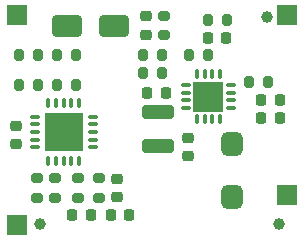
<source format=gts>
%TF.GenerationSoftware,KiCad,Pcbnew,8.0.7*%
%TF.CreationDate,2024-12-30T16:44:34+01:00*%
%TF.ProjectId,arnie48,61726e69-6534-4382-9e6b-696361645f70,rev?*%
%TF.SameCoordinates,Original*%
%TF.FileFunction,Soldermask,Top*%
%TF.FilePolarity,Negative*%
%FSLAX46Y46*%
G04 Gerber Fmt 4.6, Leading zero omitted, Abs format (unit mm)*
G04 Created by KiCad (PCBNEW 8.0.7) date 2024-12-30 16:44:34*
%MOMM*%
%LPD*%
G01*
G04 APERTURE LIST*
G04 Aperture macros list*
%AMRoundRect*
0 Rectangle with rounded corners*
0 $1 Rounding radius*
0 $2 $3 $4 $5 $6 $7 $8 $9 X,Y pos of 4 corners*
0 Add a 4 corners polygon primitive as box body*
4,1,4,$2,$3,$4,$5,$6,$7,$8,$9,$2,$3,0*
0 Add four circle primitives for the rounded corners*
1,1,$1+$1,$2,$3*
1,1,$1+$1,$4,$5*
1,1,$1+$1,$6,$7*
1,1,$1+$1,$8,$9*
0 Add four rect primitives between the rounded corners*
20,1,$1+$1,$2,$3,$4,$5,0*
20,1,$1+$1,$4,$5,$6,$7,0*
20,1,$1+$1,$6,$7,$8,$9,0*
20,1,$1+$1,$8,$9,$2,$3,0*%
G04 Aperture macros list end*
%ADD10C,1.000000*%
%ADD11RoundRect,0.225000X0.225000X0.250000X-0.225000X0.250000X-0.225000X-0.250000X0.225000X-0.250000X0*%
%ADD12RoundRect,0.200000X0.275000X-0.200000X0.275000X0.200000X-0.275000X0.200000X-0.275000X-0.200000X0*%
%ADD13RoundRect,0.218750X0.218750X0.256250X-0.218750X0.256250X-0.218750X-0.256250X0.218750X-0.256250X0*%
%ADD14RoundRect,0.200000X-0.200000X-0.275000X0.200000X-0.275000X0.200000X0.275000X-0.200000X0.275000X0*%
%ADD15RoundRect,0.200000X0.200000X0.275000X-0.200000X0.275000X-0.200000X-0.275000X0.200000X-0.275000X0*%
%ADD16RoundRect,0.075000X-0.337500X-0.075000X0.337500X-0.075000X0.337500X0.075000X-0.337500X0.075000X0*%
%ADD17RoundRect,0.075000X-0.075000X-0.337500X0.075000X-0.337500X0.075000X0.337500X-0.075000X0.337500X0*%
%ADD18R,3.250000X3.250000*%
%ADD19R,2.600000X2.600000*%
%ADD20RoundRect,0.450000X-0.450000X0.550000X-0.450000X-0.550000X0.450000X-0.550000X0.450000X0.550000X0*%
%ADD21RoundRect,0.200000X-0.275000X0.200000X-0.275000X-0.200000X0.275000X-0.200000X0.275000X0.200000X0*%
%ADD22RoundRect,0.218750X0.256250X-0.218750X0.256250X0.218750X-0.256250X0.218750X-0.256250X-0.218750X0*%
%ADD23RoundRect,0.225000X-0.250000X0.225000X-0.250000X-0.225000X0.250000X-0.225000X0.250000X0.225000X0*%
%ADD24RoundRect,0.250000X1.000000X0.650000X-1.000000X0.650000X-1.000000X-0.650000X1.000000X-0.650000X0*%
%ADD25RoundRect,0.218750X-0.218750X-0.256250X0.218750X-0.256250X0.218750X0.256250X-0.218750X0.256250X0*%
%ADD26RoundRect,0.250000X-1.100000X0.325000X-1.100000X-0.325000X1.100000X-0.325000X1.100000X0.325000X0*%
%ADD27R,1.700000X1.700000*%
G04 APERTURE END LIST*
D10*
%TO.C,REF\u002A\u002A*%
X97250000Y-106250000D03*
%TD*%
D11*
%TO.C,C7*%
X93775000Y-108000000D03*
X92225000Y-108000000D03*
%TD*%
D12*
%TO.C,R12*%
X88500000Y-107825000D03*
X88500000Y-106175000D03*
%TD*%
D10*
%TO.C,REF\u002A\u002A*%
X78000000Y-123750000D03*
%TD*%
D13*
%TO.C,D4*%
X85537500Y-123000000D03*
X83962500Y-123000000D03*
%TD*%
D14*
%TO.C,R11*%
X95675000Y-111750000D03*
X97325000Y-111750000D03*
%TD*%
D11*
%TO.C,C8*%
X98275000Y-113300000D03*
X96725000Y-113300000D03*
%TD*%
D15*
%TO.C,R9*%
X88325000Y-111000000D03*
X86675000Y-111000000D03*
%TD*%
D16*
%TO.C,U1*%
X77562500Y-114700000D03*
X77562500Y-115350000D03*
X77562500Y-116000000D03*
X77562500Y-116650000D03*
X77562500Y-117300000D03*
D17*
X78700000Y-118437500D03*
X79350000Y-118437500D03*
X80000000Y-118437500D03*
X80650000Y-118437500D03*
X81300000Y-118437500D03*
D16*
X82437500Y-117300000D03*
X82437500Y-116650000D03*
X82437500Y-116000000D03*
X82437500Y-115350000D03*
X82437500Y-114700000D03*
D17*
X81300000Y-113562500D03*
X80650000Y-113562500D03*
X80000000Y-113562500D03*
X79350000Y-113562500D03*
X78700000Y-113562500D03*
D18*
X80000000Y-116000000D03*
%TD*%
D16*
%TO.C,U2*%
X90312500Y-112025000D03*
X90312500Y-112675000D03*
X90312500Y-113325000D03*
X90312500Y-113975000D03*
D17*
X91275000Y-114937500D03*
X91925000Y-114937500D03*
X92575000Y-114937500D03*
X93225000Y-114937500D03*
D16*
X94187500Y-113975000D03*
X94187500Y-113325000D03*
X94187500Y-112675000D03*
X94187500Y-112025000D03*
D17*
X93225000Y-111062500D03*
X92575000Y-111062500D03*
X91925000Y-111062500D03*
X91275000Y-111062500D03*
D19*
X92250000Y-113000000D03*
%TD*%
D15*
%TO.C,R14*%
X92225000Y-109500000D03*
X90575000Y-109500000D03*
%TD*%
D20*
%TO.C,L1*%
X94250000Y-117000000D03*
X94250000Y-121500000D03*
%TD*%
D12*
%TO.C,R8*%
X83000000Y-121575000D03*
X83000000Y-119925000D03*
%TD*%
D15*
%TO.C,R13*%
X93825000Y-106500000D03*
X92175000Y-106500000D03*
%TD*%
D21*
%TO.C,R6*%
X77750000Y-119925000D03*
X77750000Y-121575000D03*
%TD*%
D14*
%TO.C,R10*%
X86675000Y-109500000D03*
X88325000Y-109500000D03*
%TD*%
D11*
%TO.C,C6*%
X88625000Y-112700000D03*
X87075000Y-112700000D03*
%TD*%
D22*
%TO.C,D2*%
X87000000Y-107787500D03*
X87000000Y-106212500D03*
%TD*%
D23*
%TO.C,C2*%
X84500000Y-119975000D03*
X84500000Y-121525000D03*
%TD*%
D14*
%TO.C,R1*%
X76175000Y-109500000D03*
X77825000Y-109500000D03*
%TD*%
%TO.C,R3*%
X76175000Y-112000000D03*
X77825000Y-112000000D03*
%TD*%
D12*
%TO.C,R7*%
X81250000Y-121575000D03*
X81250000Y-119925000D03*
%TD*%
D10*
%TO.C,REF\u002A\u002A*%
X98250000Y-123750000D03*
%TD*%
D14*
%TO.C,R2*%
X79425000Y-109500000D03*
X81075000Y-109500000D03*
%TD*%
D24*
%TO.C,D1*%
X84250000Y-107000000D03*
X80250000Y-107000000D03*
%TD*%
D21*
%TO.C,R5*%
X79250000Y-119925000D03*
X79250000Y-121575000D03*
%TD*%
D11*
%TO.C,C9*%
X98275000Y-114800000D03*
X96725000Y-114800000D03*
%TD*%
D23*
%TO.C,C5*%
X90500000Y-116475000D03*
X90500000Y-118025000D03*
%TD*%
D14*
%TO.C,R4*%
X79425000Y-112000000D03*
X81075000Y-112000000D03*
%TD*%
D25*
%TO.C,D3*%
X80712500Y-123000000D03*
X82287500Y-123000000D03*
%TD*%
D26*
%TO.C,C3*%
X88000000Y-114275000D03*
X88000000Y-117225000D03*
%TD*%
D23*
%TO.C,C1*%
X76000000Y-115475000D03*
X76000000Y-117025000D03*
%TD*%
D27*
%TO.C,J3*%
X98930000Y-106110000D03*
%TD*%
%TO.C,J4*%
X76070000Y-123890000D03*
%TD*%
%TO.C,J1*%
X76070000Y-106110000D03*
%TD*%
%TO.C,J2*%
X98930000Y-121350000D03*
%TD*%
M02*

</source>
